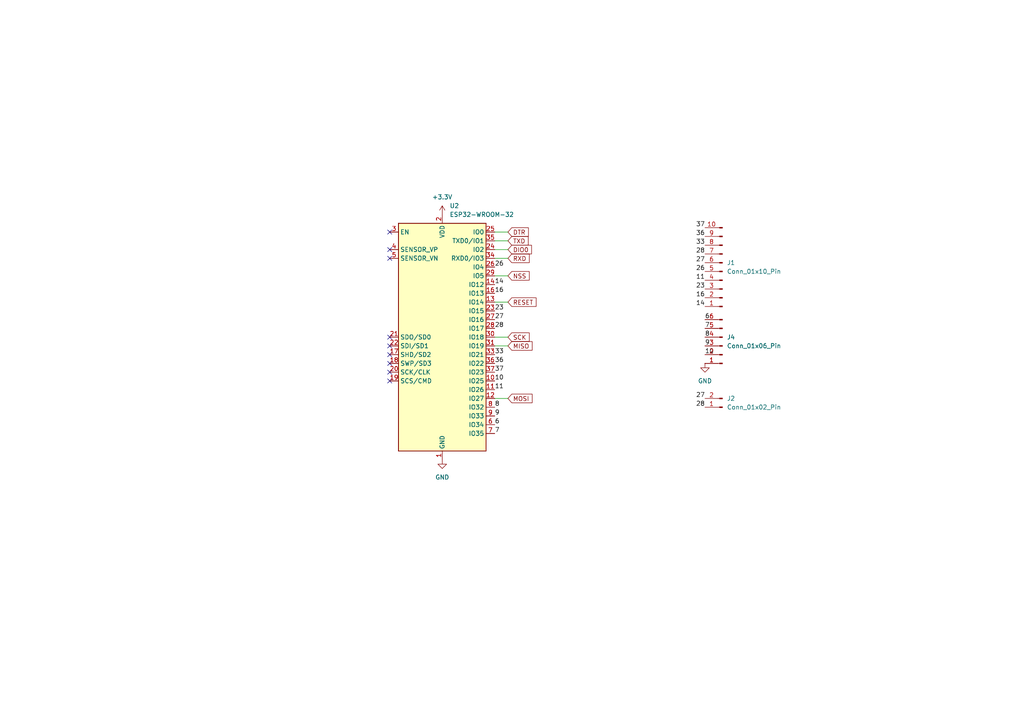
<source format=kicad_sch>
(kicad_sch (version 20250114) (generator "eeschema") (generator_version "9.0")
  (paper "A4")
  (lib_symbols
    (symbol "Connector:Conn_01x02_Pin" (pin_names (offset 1.016) (hide yes))
      (property "Reference" "J" (at 0 2.54 0))
      (property "Value" "Conn_01x02_Pin" (at 0 -5.08 0))
      (symbol "Conn_01x02_Pin_1_1"
        (rectangle (start 0.8636 0.127) (end 0 -0.127) (stroke (width 0.1524)) (fill (type outline)))
        (rectangle (start 0.8636 -2.413) (end 0 -2.667) (stroke (width 0.1524)) (fill (type outline)))
        (polyline (pts (xy 1.27 0) (xy 0.8636 0)) (stroke (width 0.1524)))
        (polyline (pts (xy 1.27 -2.54) (xy 0.8636 -2.54)) (stroke (width 0.1524)))
        (pin passive line (at 5.08 0 180) (length 3.81) (name "Pin_1") (number "1"))
        (pin passive line (at 5.08 -2.54 180) (length 3.81) (name "Pin_2") (number "2"))
      )
    )
    (symbol "Connector:Conn_01x06_Pin" (pin_names (offset 1.016) (hide yes))
      (property "Reference" "J" (at 0 7.62 0))
      (property "Value" "Conn_01x06_Pin" (at 0 -10.16 0))
      (symbol "Conn_01x06_Pin_1_1"
        (rectangle (start 0.8636 5.207) (end 0 4.953) (stroke (width 0.1524)) (fill (type outline)))
        (rectangle (start 0.8636 2.667) (end 0 2.413) (stroke (width 0.1524)) (fill (type outline)))
        (rectangle (start 0.8636 0.127) (end 0 -0.127) (stroke (width 0.1524)) (fill (type outline)))
        (rectangle (start 0.8636 -2.413) (end 0 -2.667) (stroke (width 0.1524)) (fill (type outline)))
        (rectangle (start 0.8636 -4.953) (end 0 -5.207) (stroke (width 0.1524)) (fill (type outline)))
        (rectangle (start 0.8636 -7.493) (end 0 -7.747) (stroke (width 0.1524)) (fill (type outline)))
        (polyline (pts (xy 1.27 5.08) (xy 0.8636 5.08)) (stroke (width 0.1524)))
        (polyline (pts (xy 1.27 2.54) (xy 0.8636 2.54)) (stroke (width 0.1524)))
        (polyline (pts (xy 1.27 0) (xy 0.8636 0)) (stroke (width 0.1524)))
        (polyline (pts (xy 1.27 -2.54) (xy 0.8636 -2.54)) (stroke (width 0.1524)))
        (polyline (pts (xy 1.27 -5.08) (xy 0.8636 -5.08)) (stroke (width 0.1524)))
        (polyline (pts (xy 1.27 -7.62) (xy 0.8636 -7.62)) (stroke (width 0.1524)))
        (pin passive line (at 5.08 5.08 180) (length 3.81) (name "Pin_1") (number "1"))
        (pin passive line (at 5.08 2.54 180) (length 3.81) (name "Pin_2") (number "2"))
        (pin passive line (at 5.08 0 180) (length 3.81) (name "Pin_3") (number "3"))
        (pin passive line (at 5.08 -2.54 180) (length 3.81) (name "Pin_4") (number "4"))
        (pin passive line (at 5.08 -5.08 180) (length 3.81) (name "Pin_5") (number "5"))
        (pin passive line (at 5.08 -7.62 180) (length 3.81) (name "Pin_6") (number "6"))
      )
    )
    (symbol "Connector:Conn_01x10_Pin" (pin_names (offset 1.016) (hide yes))
      (property "Reference" "J" (at 0 12.7 0))
      (property "Value" "Conn_01x10_Pin" (at 0 -15.24 0))
      (symbol "Conn_01x10_Pin_1_1"
        (rectangle (start 0.8636 10.287) (end 0 10.033) (stroke (width 0.1524)) (fill (type outline)))
        (rectangle (start 0.8636 7.747) (end 0 7.493) (stroke (width 0.1524)) (fill (type outline)))
        (rectangle (start 0.8636 5.207) (end 0 4.953) (stroke (width 0.1524)) (fill (type outline)))
        (rectangle (start 0.8636 2.667) (end 0 2.413) (stroke (width 0.1524)) (fill (type outline)))
        (rectangle (start 0.8636 0.127) (end 0 -0.127) (stroke (width 0.1524)) (fill (type outline)))
        (rectangle (start 0.8636 -2.413) (end 0 -2.667) (stroke (width 0.1524)) (fill (type outline)))
        (rectangle (start 0.8636 -4.953) (end 0 -5.207) (stroke (width 0.1524)) (fill (type outline)))
        (rectangle (start 0.8636 -7.493) (end 0 -7.747) (stroke (width 0.1524)) (fill (type outline)))
        (rectangle (start 0.8636 -10.033) (end 0 -10.287) (stroke (width 0.1524)) (fill (type outline)))
        (rectangle (start 0.8636 -12.573) (end 0 -12.827) (stroke (width 0.1524)) (fill (type outline)))
        (polyline (pts (xy 1.27 10.16) (xy 0.8636 10.16)) (stroke (width 0.1524)))
        (polyline (pts (xy 1.27 7.62) (xy 0.8636 7.62)) (stroke (width 0.1524)))
        (polyline (pts (xy 1.27 5.08) (xy 0.8636 5.08)) (stroke (width 0.1524)))
        (polyline (pts (xy 1.27 2.54) (xy 0.8636 2.54)) (stroke (width 0.1524)))
        (polyline (pts (xy 1.27 0) (xy 0.8636 0)) (stroke (width 0.1524)))
        (polyline (pts (xy 1.27 -2.54) (xy 0.8636 -2.54)) (stroke (width 0.1524)))
        (polyline (pts (xy 1.27 -5.08) (xy 0.8636 -5.08)) (stroke (width 0.1524)))
        (polyline (pts (xy 1.27 -7.62) (xy 0.8636 -7.62)) (stroke (width 0.1524)))
        (polyline (pts (xy 1.27 -10.16) (xy 0.8636 -10.16)) (stroke (width 0.1524)))
        (polyline (pts (xy 1.27 -12.7) (xy 0.8636 -12.7)) (stroke (width 0.1524)))
        (pin passive line (at 5.08 10.16 180) (length 3.81) (name "Pin_1") (number "1"))
        (pin passive line (at 5.08 7.62 180) (length 3.81) (name "Pin_2") (number "2"))
        (pin passive line (at 5.08 5.08 180) (length 3.81) (name "Pin_3") (number "3"))
        (pin passive line (at 5.08 2.54 180) (length 3.81) (name "Pin_4") (number "4"))
        (pin passive line (at 5.08 0 180) (length 3.81) (name "Pin_5") (number "5"))
        (pin passive line (at 5.08 -2.54 180) (length 3.81) (name "Pin_6") (number "6"))
        (pin passive line (at 5.08 -5.08 180) (length 3.81) (name "Pin_7") (number "7"))
        (pin passive line (at 5.08 -7.62 180) (length 3.81) (name "Pin_8") (number "8"))
        (pin passive line (at 5.08 -10.16 180) (length 3.81) (name "Pin_9") (number "9"))
        (pin passive line (at 5.08 -12.7 180) (length 3.81) (name "Pin_10") (number "10"))
      )
    )
    (symbol "RF_Module:ESP32-WROOM-32"
      (property "Reference" "U" (at -12.7 34.29 0))
      (property "Value" "ESP32-WROOM-32" (at 1.27 34.29 0))
      (symbol "ESP32-WROOM-32_0_1"
        (rectangle (start -12.7 33.02) (end 12.7 -33.02) (stroke (width 0.254)) (fill (type background)))
      )
      (symbol "ESP32-WROOM-32_1_1"
        (pin input line (at -15.24 30.48 0) (length 2.54) (name "EN") (number "3"))
        (pin input line (at -15.24 25.4 0) (length 2.54) (name "SENSOR_VP") (number "4"))
        (pin input line (at -15.24 22.86 0) (length 2.54) (name "SENSOR_VN") (number "5"))
        (pin bidirectional line (at -15.24 0 0) (length 2.54) (name "SDO/SD0") (number "21"))
        (pin bidirectional line (at -15.24 -2.54 0) (length 2.54) (name "SDI/SD1") (number "22"))
        (pin bidirectional line (at -15.24 -5.08 0) (length 2.54) (name "SHD/SD2") (number "17"))
        (pin bidirectional line (at -15.24 -7.62 0) (length 2.54) (name "SWP/SD3") (number "18"))
        (pin bidirectional line (at -15.24 -10.16 0) (length 2.54) (name "SCK/CLK") (number "20"))
        (pin bidirectional line (at -15.24 -12.7 0) (length 2.54) (name "SCS/CMD") (number "19"))
        (pin no_connect line (at -12.7 -27.94 0) (length 2.54) (hide yes) (name "NC") (number "32"))
        (pin power_in line (at 0 35.56 270) (length 2.54) (name "VDD") (number "2"))
        (pin power_in line (at 0 -35.56 90) (length 2.54) (name "GND") (number "1"))
        (pin passive line (at 0 -35.56 90) (length 2.54) (hide yes) (name "GND") (number "15"))
        (pin passive line (at 0 -35.56 90) (length 2.54) (hide yes) (name "GND") (number "38"))
        (pin passive line (at 0 -35.56 90) (length 2.54) (hide yes) (name "GND") (number "39"))
        (pin bidirectional line (at 15.24 30.48 180) (length 2.54) (name "IO0") (number "25"))
        (pin bidirectional line (at 15.24 27.94 180) (length 2.54) (name "TXD0/IO1") (number "35"))
        (pin bidirectional line (at 15.24 25.4 180) (length 2.54) (name "IO2") (number "24"))
        (pin bidirectional line (at 15.24 22.86 180) (length 2.54) (name "RXD0/IO3") (number "34"))
        (pin bidirectional line (at 15.24 20.32 180) (length 2.54) (name "IO4") (number "26"))
        (pin bidirectional line (at 15.24 17.78 180) (length 2.54) (name "IO5") (number "29"))
        (pin bidirectional line (at 15.24 15.24 180) (length 2.54) (name "IO12") (number "14"))
        (pin bidirectional line (at 15.24 12.7 180) (length 2.54) (name "IO13") (number "16"))
        (pin bidirectional line (at 15.24 10.16 180) (length 2.54) (name "IO14") (number "13"))
        (pin bidirectional line (at 15.24 7.62 180) (length 2.54) (name "IO15") (number "23"))
        (pin bidirectional line (at 15.24 5.08 180) (length 2.54) (name "IO16") (number "27"))
        (pin bidirectional line (at 15.24 2.54 180) (length 2.54) (name "IO17") (number "28"))
        (pin bidirectional line (at 15.24 0 180) (length 2.54) (name "IO18") (number "30"))
        (pin bidirectional line (at 15.24 -2.54 180) (length 2.54) (name "IO19") (number "31"))
        (pin bidirectional line (at 15.24 -5.08 180) (length 2.54) (name "IO21") (number "33"))
        (pin bidirectional line (at 15.24 -7.62 180) (length 2.54) (name "IO22") (number "36"))
        (pin bidirectional line (at 15.24 -10.16 180) (length 2.54) (name "IO23") (number "37"))
        (pin bidirectional line (at 15.24 -12.7 180) (length 2.54) (name "IO25") (number "10"))
        (pin bidirectional line (at 15.24 -15.24 180) (length 2.54) (name "IO26") (number "11"))
        (pin bidirectional line (at 15.24 -17.78 180) (length 2.54) (name "IO27") (number "12"))
        (pin bidirectional line (at 15.24 -20.32 180) (length 2.54) (name "IO32") (number "8"))
        (pin bidirectional line (at 15.24 -22.86 180) (length 2.54) (name "IO33") (number "9"))
        (pin input line (at 15.24 -25.4 180) (length 2.54) (name "IO34") (number "6"))
        (pin input line (at 15.24 -27.94 180) (length 2.54) (name "IO35") (number "7"))
      )
    )
    (symbol "power:+3.3V" (power) (pin_numbers (hide yes)) (pin_names (offset 0) (hide yes))
      (property "Value" "+3.3V" (at 0 3.556 0))
      (symbol "+3.3V_0_1"
        (polyline (pts (xy -0.762 1.27) (xy 0 2.54)))
        (polyline (pts (xy 0 2.54) (xy 0.762 1.27)))
        (polyline (pts (xy 0 0) (xy 0 2.54)))
      )
      (symbol "+3.3V_1_1"
        (pin power_in line (at 0 0 90) (length 0) (name "~") (number "1"))
      )
    )
    (symbol "power:GND" (power) (pin_numbers (hide yes)) (pin_names (offset 0) (hide yes))
      (property "Value" "GND" (at 0 -3.81 0))
      (symbol "GND_0_1"
        (polyline (pts (xy 0 0) (xy 0 -1.27) (xy 1.27 -1.27) (xy 0 -2.54) (xy -1.27 -1.27) (xy 0 -1.27)))
      )
      (symbol "GND_1_1"
        (pin power_in line (at 0 0 270) (length 0) (name "~") (number "1"))
      )
    )
  )
  (no_connect (at 113.03 110.49))
  (no_connect (at 113.03 72.39))
  (no_connect (at 113.03 67.31))
  (no_connect (at 113.03 107.95))
  (no_connect (at 113.03 97.79))
  (no_connect (at 113.03 102.87))
  (no_connect (at 113.03 100.33))
  (no_connect (at 113.03 74.93))
  (no_connect (at 113.03 105.41))
  (wire (pts (xy 147.32 80.01) (xy 143.51 80.01)))
  (wire (pts (xy 147.32 97.79) (xy 143.51 97.79)))
  (wire (pts (xy 147.32 115.57) (xy 143.51 115.57)))
  (wire (pts (xy 147.32 72.39) (xy 143.51 72.39)))
  (wire (pts (xy 147.32 74.93) (xy 143.51 74.93)))
  (wire (pts (xy 147.32 69.85) (xy 143.51 69.85)))
  (wire (pts (xy 147.32 100.33) (xy 143.51 100.33)))
  (wire (pts (xy 147.32 87.63) (xy 143.51 87.63)))
  (wire (pts (xy 143.51 67.31) (xy 147.32 67.31)))
  (label "10" (at 204.47 102.87 0))
  (label "28" (at 204.47 118.11 180))
  (label "23" (at 204.47 83.82 180))
  (label "6" (at 143.51 123.19 0))
  (label "27" (at 204.47 76.2 180))
  (label "28" (at 204.47 73.66 180))
  (label "33" (at 204.47 71.12 180))
  (label "16" (at 204.47 86.36 180))
  (label "36" (at 143.51 105.41 0))
  (label "27" (at 143.51 92.71 0))
  (label "11" (at 143.51 113.03 0))
  (label "26" (at 143.51 77.47 0))
  (label "11" (at 204.47 81.28 180))
  (label "37" (at 204.47 66.04 180))
  (label "37" (at 143.51 107.95 0))
  (label "27" (at 204.47 115.57 180))
  (label "8" (at 143.51 118.11 0))
  (label "9" (at 204.47 100.33 0))
  (label "10" (at 143.51 110.49 0))
  (label "14" (at 143.51 82.55 0))
  (label "23" (at 143.51 90.17 0))
  (label "7" (at 204.47 95.25 0))
  (label "8" (at 204.47 97.79 0))
  (label "16" (at 143.51 85.09 0))
  (label "28" (at 143.51 95.25 0))
  (label "7" (at 143.51 125.73 0))
  (label "14" (at 204.47 88.9 180))
  (label "36" (at 204.47 68.58 180))
  (label "6" (at 204.47 92.71 0))
  (label "26" (at 204.47 78.74 180))
  (label "9" (at 143.51 120.65 0))
  (label "33" (at 143.51 102.87 0))
  (global_label "TXD" (shape input) (at 147.32 69.85 0) (property "Intersheetrefs" "${INTERSHEET_REFS}" (effects (hide yes))))
  (global_label "DIO0" (shape input) (at 147.32 72.39 0) (property "Intersheetrefs" "${INTERSHEET_REFS}" (effects (hide yes))))
  (global_label "RESET" (shape input) (at 147.32 87.63 0) (property "Intersheetrefs" "${INTERSHEET_REFS}" (effects (hide yes))))
  (global_label "DTR" (shape input) (at 147.32 67.31 0) (property "Intersheetrefs" "${INTERSHEET_REFS}" (effects (hide yes))))
  (global_label "NSS" (shape input) (at 147.32 80.01 0) (property "Intersheetrefs" "${INTERSHEET_REFS}" (effects (hide yes))))
  (global_label "SCK" (shape input) (at 147.32 97.79 0) (property "Intersheetrefs" "${INTERSHEET_REFS}" (effects (hide yes))))
  (global_label "MOSI" (shape input) (at 147.32 115.57 0) (property "Intersheetrefs" "${INTERSHEET_REFS}" (effects (hide yes))))
  (global_label "MISO" (shape input) (at 147.32 100.33 0) (property "Intersheetrefs" "${INTERSHEET_REFS}" (effects (hide yes))))
  (global_label "RXD" (shape input) (at 147.32 74.93 0) (property "Intersheetrefs" "${INTERSHEET_REFS}" (effects (hide yes))))
  (symbol (lib_id "Connector:Conn_01x02_Pin") (at 209.55 118.11 180) (unit 1)
    (property "Reference" "J2" (at 210.82 115.5699 0) (effects (justify right)))
    (property "Value" "Conn_01x02_Pin" (at 210.82 118.1099 0) (effects (justify right)))
    (property "Footprint" "TerminalBlock:TerminalBlock_Xinya_XY308-2.54-2P_1x02_P2.54mm_Horizontal" (effects (hide yes)))
    (property "Description" "Generic connector, single row, 01x02, script generated" (effects (hide yes)))
    (property "Supplier" "Robu" (effects (hide yes)))
    (property "price" "18" (effects (hide yes)))
  )
  (symbol (lib_id "power:GND") (at 128.27 133.35 0) (unit 1)
    (property "Reference" "#PWR02" (effects (hide yes)))
    (property "Value" "GND" (at 128.27 138.43 0))
    (property "Description" "Power symbol creates a global label with name \"GND\" , ground" (effects (hide yes)))
  )
  (symbol (lib_id "Connector:Conn_01x06_Pin") (at 209.55 100.33 180) (unit 1)
    (property "Reference" "J4" (at 210.82 97.7899 0) (effects (justify right)))
    (property "Value" "Conn_01x06_Pin" (at 210.82 100.3299 0) (effects (justify right)))
    (property "Footprint" "TerminalBlock:TerminalBlock_Xinya_XY308-2.54-6P_1x06_P2.54mm_Horizontal" (effects (hide yes)))
    (property "Description" "Generic connector, single row, 01x06, script generated" (effects (hide yes)))
    (property "Supplier" "Robu" (effects (hide yes)))
    (property "price" "43" (effects (hide yes)))
  )
  (symbol (lib_id "power:+3.3V") (at 128.27 62.23 0) (unit 1)
    (property "Reference" "#PWR01" (effects (hide yes)))
    (property "Value" "+3.3V" (at 128.27 57.15 0))
    (property "Description" "Power symbol creates a global label with name \"+3.3V\"" (effects (hide yes)))
  )
  (symbol (lib_id "power:GND") (at 204.47 105.41 0) (unit 1)
    (property "Reference" "#PWR020" (effects (hide yes)))
    (property "Value" "GND" (at 204.47 110.49 0))
    (property "Description" "Power symbol creates a global label with name \"GND\" , ground" (effects (hide yes)))
  )
  (symbol (lib_id "RF_Module:ESP32-WROOM-32") (at 128.27 97.79 0) (unit 1)
    (property "Reference" "U2" (at 130.4133 59.69 0) (effects (justify left)))
    (property "Value" "ESP32-WROOM-32" (at 130.4133 62.23 0) (effects (justify left)))
    (property "Footprint" "RF_Module:ESP32-WROOM-32" (effects (hide yes)))
    (property "Datasheet" "https://www.espressif.com/sites/default/files/documentation/esp32-wroom-32_datasheet_en.pdf" (effects (hide yes)))
    (property "Description" "RF Module, ESP32-D0WDQ6 SoC, Wi-Fi 802.11b/g/n, Bluetooth, BLE, 32-bit, 2.7-3.6V, onboard antenna, SMD" (effects (hide yes)))
    (property "Supplier" "Robu" (effects (hide yes)))
    (property "price" "256" (effects (hide yes)))
  )
  (symbol (lib_id "Connector:Conn_01x10_Pin") (at 209.55 78.74 180) (unit 1)
    (property "Reference" "J1" (at 210.82 76.1999 0) (effects (justify right)))
    (property "Value" "Conn_01x10_Pin" (at 210.82 78.7399 0) (effects (justify right)))
    (property "Footprint" "TerminalBlock:TerminalBlock_Xinya_XY308-2.54-10P_1x10_P2.54mm_Horizontal" (effects (hide yes)))
    (property "Description" "Generic connector, single row, 01x10, script generated" (effects (hide yes)))
    (property "Supplier" "Robu" (effects (hide yes)))
    (property "price" "75" (effects (hide yes)))
  )
)
</source>
